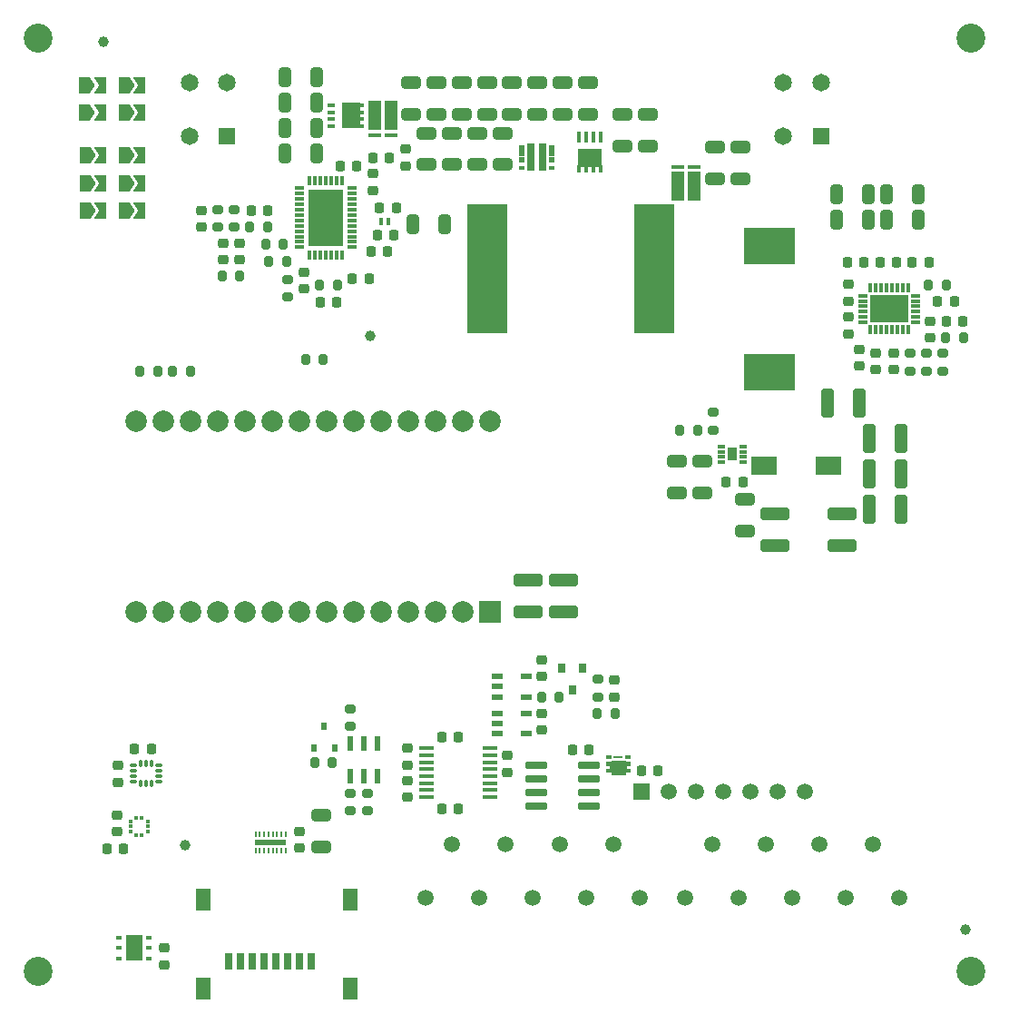
<source format=gbr>
%TF.GenerationSoftware,KiCad,Pcbnew,(6.0.11)*%
%TF.CreationDate,2023-10-13T14:44:19+02:00*%
%TF.ProjectId,walter-feels,77616c74-6572-42d6-9665-656c732e6b69,2.1*%
%TF.SameCoordinates,Original*%
%TF.FileFunction,Soldermask,Top*%
%TF.FilePolarity,Negative*%
%FSLAX46Y46*%
G04 Gerber Fmt 4.6, Leading zero omitted, Abs format (unit mm)*
G04 Created by KiCad (PCBNEW (6.0.11)) date 2023-10-13 14:44:19*
%MOMM*%
%LPD*%
G01*
G04 APERTURE LIST*
G04 Aperture macros list*
%AMRoundRect*
0 Rectangle with rounded corners*
0 $1 Rounding radius*
0 $2 $3 $4 $5 $6 $7 $8 $9 X,Y pos of 4 corners*
0 Add a 4 corners polygon primitive as box body*
4,1,4,$2,$3,$4,$5,$6,$7,$8,$9,$2,$3,0*
0 Add four circle primitives for the rounded corners*
1,1,$1+$1,$2,$3*
1,1,$1+$1,$4,$5*
1,1,$1+$1,$6,$7*
1,1,$1+$1,$8,$9*
0 Add four rect primitives between the rounded corners*
20,1,$1+$1,$2,$3,$4,$5,0*
20,1,$1+$1,$4,$5,$6,$7,0*
20,1,$1+$1,$6,$7,$8,$9,0*
20,1,$1+$1,$8,$9,$2,$3,0*%
%AMFreePoly0*
4,1,6,1.000000,0.000000,0.500000,-0.750000,-0.500000,-0.750000,-0.500000,0.750000,0.500000,0.750000,1.000000,0.000000,1.000000,0.000000,$1*%
%AMFreePoly1*
4,1,6,0.500000,-0.750000,-0.650000,-0.750000,-0.150000,0.000000,-0.650000,0.750000,0.500000,0.750000,0.500000,-0.750000,0.500000,-0.750000,$1*%
%AMFreePoly2*
4,1,30,2.050035,0.200035,2.050050,0.200000,2.050050,-0.190000,2.050035,-0.190035,2.050000,-0.190050,1.700050,-0.190050,1.700050,-0.459950,2.030000,-0.459950,2.030035,-0.459965,2.030050,-0.460000,2.030050,-0.850000,2.030035,-0.850035,2.030000,-0.850050,-0.250000,-0.850050,-0.250035,-0.850035,-0.250050,-0.850000,-0.250050,-0.460000,-0.250035,-0.459965,-0.250000,-0.459950,0.099950,-0.459950,
0.099950,-0.200000,-0.250000,-0.200000,-0.250000,-0.190050,-0.250035,-0.190035,-0.250050,-0.190000,-0.250050,0.200000,-0.250035,0.200035,-0.250000,0.200050,2.050000,0.200050,2.050035,0.200035,2.050035,0.200035,$1*%
G04 Aperture macros list end*
%ADD10C,0.010000*%
%ADD11R,0.347536X0.376682*%
%ADD12R,0.376682X0.347536*%
%ADD13RoundRect,0.225000X0.250000X-0.225000X0.250000X0.225000X-0.250000X0.225000X-0.250000X-0.225000X0*%
%ADD14R,0.405000X0.990000*%
%ADD15R,0.405000X0.760000*%
%ADD16R,2.235000X1.725000*%
%ADD17R,1.150000X0.350000*%
%ADD18R,1.150000X2.700000*%
%ADD19RoundRect,0.250000X0.650000X-0.325000X0.650000X0.325000X-0.650000X0.325000X-0.650000X-0.325000X0*%
%ADD20RoundRect,0.225000X0.225000X0.250000X-0.225000X0.250000X-0.225000X-0.250000X0.225000X-0.250000X0*%
%ADD21RoundRect,0.225000X-0.225000X-0.250000X0.225000X-0.250000X0.225000X0.250000X-0.225000X0.250000X0*%
%ADD22RoundRect,0.250000X0.325000X0.650000X-0.325000X0.650000X-0.325000X-0.650000X0.325000X-0.650000X0*%
%ADD23RoundRect,0.250000X1.100000X-0.325000X1.100000X0.325000X-1.100000X0.325000X-1.100000X-0.325000X0*%
%ADD24R,0.300000X0.850000*%
%ADD25R,0.850000X0.300000*%
%ADD26R,3.650000X2.650000*%
%ADD27RoundRect,0.225000X-0.250000X0.225000X-0.250000X-0.225000X0.250000X-0.225000X0.250000X0.225000X0*%
%ADD28C,1.650000*%
%ADD29R,1.650000X1.650000*%
%ADD30RoundRect,0.075000X0.237500X0.075000X-0.237500X0.075000X-0.237500X-0.075000X0.237500X-0.075000X0*%
%ADD31RoundRect,0.075000X0.075000X0.237500X-0.075000X0.237500X-0.075000X-0.237500X0.075000X-0.237500X0*%
%ADD32R,1.500000X1.500000*%
%ADD33C,1.500000*%
%ADD34R,0.800001X0.900001*%
%ADD35RoundRect,0.200000X-0.200000X-0.275000X0.200000X-0.275000X0.200000X0.275000X-0.200000X0.275000X0*%
%ADD36R,1.000000X0.599999*%
%ADD37RoundRect,0.250000X-0.325000X-0.650000X0.325000X-0.650000X0.325000X0.650000X-0.325000X0.650000X0*%
%ADD38RoundRect,0.250000X-0.325000X-1.100000X0.325000X-1.100000X0.325000X1.100000X-0.325000X1.100000X0*%
%ADD39RoundRect,0.250000X-0.650000X0.325000X-0.650000X-0.325000X0.650000X-0.325000X0.650000X0.325000X0*%
%ADD40R,0.750000X0.300000*%
%ADD41R,0.900000X1.300000*%
%ADD42FreePoly0,0.000000*%
%ADD43FreePoly1,0.000000*%
%ADD44R,0.520000X0.450000*%
%ADD45R,0.520000X0.583000*%
%ADD46R,0.750000X2.520000*%
%ADD47RoundRect,0.200000X0.200000X0.275000X-0.200000X0.275000X-0.200000X-0.275000X0.200000X-0.275000X0*%
%ADD48R,0.530000X1.330000*%
%ADD49RoundRect,0.200000X-0.275000X0.200000X-0.275000X-0.200000X0.275000X-0.200000X0.275000X0.200000X0*%
%ADD50C,1.000000*%
%ADD51RoundRect,0.200000X0.275000X-0.200000X0.275000X0.200000X-0.275000X0.200000X-0.275000X-0.200000X0*%
%ADD52FreePoly2,180.000000*%
%ADD53R,0.500000X0.400000*%
%ADD54R,0.920000X0.285000*%
%ADD55C,2.000000*%
%ADD56R,2.000000X2.000000*%
%ADD57R,3.750000X12.100000*%
%ADD58C,2.700000*%
%ADD59R,1.475000X0.450000*%
%ADD60RoundRect,0.250000X0.325000X1.100000X-0.325000X1.100000X-0.325000X-1.100000X0.325000X-1.100000X0*%
%ADD61R,3.250000X5.250000*%
%ADD62R,4.750000X3.350000*%
%ADD63RoundRect,0.042000X-0.943000X-0.258000X0.943000X-0.258000X0.943000X0.258000X-0.943000X0.258000X0*%
%ADD64R,0.800000X1.500000*%
%ADD65R,1.450000X2.000000*%
%ADD66R,0.600000X0.700000*%
%ADD67R,0.400000X0.700000*%
%ADD68RoundRect,0.250000X-1.100000X0.325000X-1.100000X-0.325000X1.100000X-0.325000X1.100000X0.325000X0*%
%ADD69R,0.200000X0.600000*%
%ADD70R,2.900000X0.500000*%
%ADD71R,0.700000X0.420000*%
%ADD72R,0.450000X0.420000*%
%ADD73R,1.700000X2.370000*%
%ADD74R,0.600000X0.400000*%
%ADD75R,1.500000X2.400000*%
%ADD76R,2.400000X1.800000*%
G04 APERTURE END LIST*
%TO.C,Q5*%
G36*
X144760863Y-131600000D02*
G01*
X143460000Y-131600000D01*
X143460000Y-130350000D01*
X144760863Y-130350000D01*
X144760863Y-131600000D01*
G37*
D10*
X144760863Y-131600000D02*
X143460000Y-131600000D01*
X143460000Y-130350000D01*
X144760863Y-130350000D01*
X144760863Y-131600000D01*
%TD*%
D11*
%TO.C,U8*%
X99144200Y-137330701D03*
X99644200Y-137330701D03*
D12*
X100221900Y-137003000D03*
X100221900Y-136503001D03*
X100221900Y-136003002D03*
D11*
X99644200Y-135675301D03*
X99144200Y-135675301D03*
D12*
X98566500Y-136003002D03*
X98566500Y-136503001D03*
X98566500Y-137003000D03*
%TD*%
D13*
%TO.C,C20*%
X121217974Y-77180600D03*
X121217974Y-75630600D03*
%TD*%
D14*
%TO.C,Q3*%
X142426374Y-72168700D03*
X141766374Y-72168700D03*
X141106374Y-72168700D03*
X140446374Y-72168700D03*
D15*
X140446374Y-75153700D03*
X141106374Y-75153700D03*
X141766374Y-75153700D03*
X142426374Y-75153700D03*
D16*
X141436374Y-74161200D03*
%TD*%
D17*
%TO.C,R14*%
X149627574Y-74979400D03*
D18*
X149627574Y-76804400D03*
X151177574Y-76804400D03*
D17*
X151177574Y-74979400D03*
%TD*%
D19*
%TO.C,C24*%
X155473400Y-76100200D03*
X155473400Y-73150200D03*
%TD*%
D20*
%TO.C,C43*%
X141382600Y-129362200D03*
X139832600Y-129362200D03*
%TD*%
D21*
%TO.C,C52*%
X146282201Y-131292600D03*
X147832201Y-131292600D03*
%TD*%
D22*
%TO.C,C56*%
X167438600Y-79933800D03*
X164488600Y-79933800D03*
%TD*%
D23*
%TO.C,C1*%
X135690000Y-116459000D03*
X135690000Y-113509000D03*
%TD*%
D24*
%TO.C,U11*%
X167617200Y-90189600D03*
X168117200Y-90189600D03*
X168617200Y-90189600D03*
X169117200Y-90189600D03*
X169617200Y-90189600D03*
X170117200Y-90189600D03*
X170617200Y-90189600D03*
X171117200Y-90189600D03*
D25*
X171817200Y-89489600D03*
X171817200Y-88989600D03*
X171817200Y-88489600D03*
X171817200Y-87989600D03*
X171817200Y-87489600D03*
X171817200Y-86989600D03*
D24*
X171117200Y-86289600D03*
X170617200Y-86289600D03*
X170117200Y-86289600D03*
X169617200Y-86289600D03*
X169117200Y-86289600D03*
X168617200Y-86289600D03*
X168117200Y-86289600D03*
X167617200Y-86289600D03*
D25*
X166917200Y-86989600D03*
X166917200Y-87489600D03*
X166917200Y-87989600D03*
X166917200Y-88489600D03*
X166917200Y-88989600D03*
X166917200Y-89489600D03*
D26*
X169367200Y-88239600D03*
%TD*%
D27*
%TO.C,C45*%
X136982201Y-125934700D03*
X136982201Y-127484700D03*
%TD*%
D28*
%TO.C,J3*%
X163014600Y-67146800D03*
D29*
X163014600Y-72146800D03*
D28*
X159514600Y-67146800D03*
X159514600Y-72146800D03*
%TD*%
D30*
%TO.C,U9*%
X101187700Y-132322000D03*
X101187700Y-131822000D03*
X101187700Y-131322000D03*
X101187700Y-130822000D03*
D31*
X100525200Y-130659500D03*
X100025200Y-130659500D03*
X99525200Y-130659500D03*
D30*
X98862700Y-130822000D03*
X98862700Y-131322000D03*
X98862700Y-131822000D03*
X98862700Y-132322000D03*
D31*
X99525200Y-132484500D03*
X100025200Y-132484500D03*
X100525200Y-132484500D03*
%TD*%
D23*
%TO.C,C2*%
X138960000Y-116459000D03*
X138960000Y-113509000D03*
%TD*%
D20*
%TO.C,C64*%
X155711400Y-104394902D03*
X154161400Y-104394902D03*
%TD*%
D32*
%TO.C,U10*%
X146282200Y-133213800D03*
D33*
X148822200Y-133213800D03*
X151362200Y-133213800D03*
X153902200Y-133213800D03*
X156442200Y-133213800D03*
X158982200Y-133213800D03*
X161522200Y-133213800D03*
%TD*%
D34*
%TO.C,D2*%
X140751601Y-121758199D03*
X138851602Y-121758199D03*
X139801601Y-123758201D03*
%TD*%
D27*
%TO.C,C67*%
X173202600Y-89369600D03*
X173202600Y-90919600D03*
%TD*%
D20*
%TO.C,C7*%
X117821374Y-87579200D03*
X116271374Y-87579200D03*
%TD*%
D21*
%TO.C,C16*%
X121001774Y-82905600D03*
X122551774Y-82905600D03*
%TD*%
D35*
%TO.C,R1*%
X99454200Y-94056200D03*
X101104200Y-94056200D03*
%TD*%
D21*
%TO.C,C42*%
X127622001Y-134886442D03*
X129172001Y-134886442D03*
%TD*%
D36*
%TO.C,U6*%
X132762399Y-125934699D03*
X132762399Y-126884700D03*
X132762399Y-127834698D03*
X135512399Y-127834698D03*
X135512399Y-125934699D03*
%TD*%
D20*
%TO.C,C50*%
X100520800Y-129260600D03*
X98970800Y-129260600D03*
%TD*%
D19*
%TO.C,C27*%
X138921774Y-70105800D03*
X138921774Y-67155800D03*
%TD*%
D20*
%TO.C,C13*%
X123186774Y-81330800D03*
X121636774Y-81330800D03*
%TD*%
D37*
%TO.C,C53*%
X169162200Y-79933800D03*
X172112200Y-79933800D03*
%TD*%
D38*
%TO.C,C73*%
X167511200Y-106883200D03*
X170461200Y-106883200D03*
%TD*%
D39*
%TO.C,C30*%
X146846574Y-70127600D03*
X146846574Y-73077600D03*
%TD*%
D33*
%TO.C,J5*%
X126106600Y-143179800D03*
X128606600Y-138179800D03*
X131106600Y-143179800D03*
X133606600Y-138179800D03*
X136106600Y-143179800D03*
X138606600Y-138179800D03*
X141106600Y-143179800D03*
X143606600Y-138179800D03*
X146106600Y-143179800D03*
%TD*%
D21*
%TO.C,C61*%
X168516000Y-83870800D03*
X170066000Y-83870800D03*
%TD*%
D19*
%TO.C,C23*%
X141283974Y-70105800D03*
X141283974Y-67155800D03*
%TD*%
D40*
%TO.C,U12*%
X155711400Y-102543202D03*
X155711400Y-102043202D03*
X155711400Y-101543202D03*
X155711400Y-101043202D03*
X153711400Y-101043202D03*
X153711400Y-101543202D03*
X153711400Y-102043202D03*
X153711400Y-102543202D03*
D41*
X154711400Y-101793202D03*
%TD*%
D42*
%TO.C,JP8*%
X94338174Y-76497500D03*
D43*
X95788174Y-76497500D03*
%TD*%
D35*
%TO.C,R24*%
X149847800Y-99543502D03*
X151497800Y-99543502D03*
%TD*%
D21*
%TO.C,C12*%
X118156974Y-74955400D03*
X119706974Y-74955400D03*
%TD*%
D20*
%TO.C,C41*%
X129172000Y-128130042D03*
X127622000Y-128130042D03*
%TD*%
D22*
%TO.C,C5*%
X115936574Y-73710800D03*
X112986574Y-73710800D03*
%TD*%
D44*
%TO.C,Q1*%
X137898774Y-75066800D03*
D45*
X137898774Y-74349800D03*
X137898774Y-73766800D03*
X137898774Y-73183800D03*
X135118774Y-73183800D03*
X135118774Y-73766800D03*
X135118774Y-74349800D03*
D44*
X135118774Y-75066800D03*
D46*
X135958774Y-74091800D03*
X137058774Y-74091800D03*
%TD*%
D47*
%TO.C,R10*%
X112822774Y-82219800D03*
X111172774Y-82219800D03*
%TD*%
D48*
%TO.C,U3*%
X119126000Y-131801600D03*
X120396000Y-131801600D03*
X121666000Y-131801600D03*
X121666000Y-128751600D03*
X120396000Y-128751600D03*
X119126000Y-128751600D03*
%TD*%
D39*
%TO.C,C26*%
X126221774Y-71829400D03*
X126221774Y-74779400D03*
%TD*%
%TO.C,C29*%
X128583974Y-71829400D03*
X128583974Y-74779400D03*
%TD*%
D33*
%TO.C,J4*%
X150342600Y-143179800D03*
X152842600Y-138179800D03*
X155342600Y-143179800D03*
X157842600Y-138179800D03*
X160342600Y-143179800D03*
X162842600Y-138179800D03*
X165342600Y-143179800D03*
X167842600Y-138179800D03*
X170342600Y-143179800D03*
%TD*%
D29*
%TO.C,J2*%
X107566400Y-72146800D03*
D28*
X107566400Y-67146800D03*
X104066400Y-72146800D03*
X104066400Y-67146800D03*
%TD*%
D49*
%TO.C,R3*%
X106739974Y-78969600D03*
X106739974Y-80619600D03*
%TD*%
D50*
%TO.C,FID4*%
X120950000Y-90780000D03*
%TD*%
D51*
%TO.C,R27*%
X172872400Y-94017600D03*
X172872400Y-92367600D03*
%TD*%
D52*
%TO.C,Q5*%
X145000000Y-131300000D03*
D53*
X145000000Y-130650000D03*
X145000000Y-130000000D03*
X143200000Y-130000000D03*
X143200000Y-130650000D03*
X143200000Y-131300000D03*
D54*
X144100000Y-130000000D03*
%TD*%
D27*
%TO.C,C3*%
X105215974Y-79069600D03*
X105215974Y-80619600D03*
%TD*%
%TO.C,C51*%
X97434400Y-130822400D03*
X97434400Y-132372400D03*
%TD*%
D55*
%TO.C,U1*%
X132105600Y-98679000D03*
X129565600Y-98679000D03*
X127025600Y-98679000D03*
X124485600Y-98679000D03*
X121945600Y-98679000D03*
X119405600Y-98679000D03*
X116865600Y-98679000D03*
X114325600Y-98679000D03*
X111785600Y-98679000D03*
X109245600Y-98679000D03*
X106705600Y-98679000D03*
X104165600Y-98679000D03*
X101625600Y-98679000D03*
X99085600Y-98679000D03*
X99085600Y-116459000D03*
X101625600Y-116459000D03*
X104165600Y-116459000D03*
X106705600Y-116459000D03*
X109245600Y-116459000D03*
X111785600Y-116459000D03*
X114325600Y-116459000D03*
X116865600Y-116459000D03*
X119405600Y-116459000D03*
X121945600Y-116459000D03*
X124485600Y-116459000D03*
X127025600Y-116459000D03*
X129565600Y-116459000D03*
D56*
X132105600Y-116459000D03*
%TD*%
D38*
%TO.C,C75*%
X167511200Y-100330000D03*
X170461200Y-100330000D03*
%TD*%
D51*
%TO.C,R16*%
X119126000Y-127190000D03*
X119126000Y-125540000D03*
%TD*%
D39*
%TO.C,C35*%
X133308374Y-71829400D03*
X133308374Y-74779400D03*
%TD*%
D42*
%TO.C,JP1*%
X97979874Y-69918900D03*
D43*
X99429874Y-69918900D03*
%TD*%
D19*
%TO.C,C28*%
X127110774Y-70105800D03*
X127110774Y-67155800D03*
%TD*%
D20*
%TO.C,C15*%
X120845000Y-85430000D03*
X119295000Y-85430000D03*
%TD*%
D57*
%TO.C,L1*%
X131883774Y-84455000D03*
X147483774Y-84455000D03*
%TD*%
D47*
%TO.C,R6*%
X108797374Y-85191600D03*
X107147374Y-85191600D03*
%TD*%
D13*
%TO.C,C48*%
X97327600Y-135453000D03*
X97327600Y-137003000D03*
%TD*%
D39*
%TO.C,C62*%
X155905200Y-106018702D03*
X155905200Y-108968702D03*
%TD*%
D58*
%TO.C,H2*%
X177000000Y-63000000D03*
%TD*%
D42*
%TO.C,JP6*%
X94338174Y-79062900D03*
D43*
X95788174Y-79062900D03*
%TD*%
D35*
%TO.C,R21*%
X142151600Y-125943398D03*
X143801600Y-125943398D03*
%TD*%
D59*
%TO.C,U2*%
X126221000Y-129220800D03*
X126221000Y-129870800D03*
X126221000Y-130520800D03*
X126221000Y-131170800D03*
X126221000Y-131820800D03*
X126221000Y-132470800D03*
X126221000Y-133120800D03*
X126221000Y-133770800D03*
X132097000Y-133770800D03*
X132097000Y-133120800D03*
X132097000Y-132470800D03*
X132097000Y-131820800D03*
X132097000Y-131170800D03*
X132097000Y-130520800D03*
X132097000Y-129870800D03*
X132097000Y-129220800D03*
%TD*%
D21*
%TO.C,C59*%
X171538600Y-83870800D03*
X173088600Y-83870800D03*
%TD*%
D42*
%TO.C,JP2*%
X94320074Y-69918900D03*
D43*
X95770074Y-69918900D03*
%TD*%
D19*
%TO.C,C33*%
X136559574Y-70105800D03*
X136559574Y-67155800D03*
%TD*%
D60*
%TO.C,C76*%
X166600400Y-97028000D03*
X163650400Y-97028000D03*
%TD*%
D13*
%TO.C,C63*%
X165531800Y-87489600D03*
X165531800Y-85939600D03*
%TD*%
D27*
%TO.C,C22*%
X124265974Y-73342200D03*
X124265974Y-74892200D03*
%TD*%
D49*
%TO.C,R20*%
X142189201Y-122769398D03*
X142189201Y-124419398D03*
%TD*%
%TO.C,R26*%
X171348400Y-92366800D03*
X171348400Y-94016800D03*
%TD*%
D27*
%TO.C,C9*%
X108797374Y-82105200D03*
X108797374Y-83655200D03*
%TD*%
D19*
%TO.C,C34*%
X131835174Y-70105800D03*
X131835174Y-67155800D03*
%TD*%
D27*
%TO.C,C66*%
X165531800Y-88989600D03*
X165531800Y-90539600D03*
%TD*%
D21*
%TO.C,C17*%
X121814574Y-78790800D03*
X123364574Y-78790800D03*
%TD*%
D47*
%TO.C,R2*%
X104152200Y-94056200D03*
X102502200Y-94056200D03*
%TD*%
D21*
%TO.C,C69*%
X174713600Y-89369600D03*
X176263600Y-89369600D03*
%TD*%
D47*
%TO.C,R7*%
X117871374Y-86029800D03*
X116221374Y-86029800D03*
%TD*%
D25*
%TO.C,IC1*%
X114346374Y-76980600D03*
X114346374Y-77480600D03*
X114346374Y-77980600D03*
X114346374Y-78480600D03*
X114346374Y-78980600D03*
X114346374Y-79480600D03*
X114346374Y-79980600D03*
X114346374Y-80480600D03*
X114346374Y-80980600D03*
X114346374Y-81480600D03*
X114346374Y-81980600D03*
X114346374Y-82480600D03*
D24*
X115296374Y-83180600D03*
X115796374Y-83180600D03*
X116296374Y-83180600D03*
X116796374Y-83180600D03*
X117296374Y-83180600D03*
X117796374Y-83180600D03*
X118296374Y-83180600D03*
D25*
X119246374Y-82480600D03*
X119246374Y-81980600D03*
X119246374Y-81480600D03*
X119246374Y-80980600D03*
X119246374Y-80480600D03*
X119246374Y-79980600D03*
X119246374Y-79480600D03*
X119246374Y-78980600D03*
X119246374Y-78480600D03*
X119246374Y-77980600D03*
X119246374Y-77480600D03*
X119246374Y-76980600D03*
D24*
X118296374Y-76280600D03*
X117796374Y-76280600D03*
X117296374Y-76280600D03*
X116796374Y-76280600D03*
X116296374Y-76280600D03*
X115796374Y-76280600D03*
X115296374Y-76280600D03*
D61*
X116796374Y-79730600D03*
%TD*%
D42*
%TO.C,JP5*%
X97997974Y-79062900D03*
D43*
X99447974Y-79062900D03*
%TD*%
D51*
%TO.C,R4*%
X108263974Y-80619600D03*
X108263974Y-78969600D03*
%TD*%
D62*
%TO.C,L2*%
X158242000Y-82339600D03*
X158242000Y-94139600D03*
%TD*%
D63*
%TO.C,U4*%
X136442600Y-130786700D03*
X136442600Y-132056700D03*
X136442600Y-133326700D03*
X136442600Y-134596700D03*
X141382600Y-134596700D03*
X141382600Y-133326700D03*
X141382600Y-132056700D03*
X141382600Y-130786700D03*
%TD*%
D27*
%TO.C,C40*%
X133756400Y-129882600D03*
X133756400Y-131432600D03*
%TD*%
D19*
%TO.C,C31*%
X129472974Y-70105800D03*
X129472974Y-67155800D03*
%TD*%
D47*
%TO.C,R11*%
X113152974Y-83845400D03*
X111502974Y-83845400D03*
%TD*%
D58*
%TO.C,H1*%
X90000000Y-63000000D03*
%TD*%
D49*
%TO.C,R18*%
X120674943Y-133388600D03*
X120674943Y-135038600D03*
%TD*%
D20*
%TO.C,C57*%
X167043400Y-83870800D03*
X165493400Y-83870800D03*
%TD*%
D27*
%TO.C,C39*%
X124460000Y-132231842D03*
X124460000Y-133781842D03*
%TD*%
%TO.C,C68*%
X169824400Y-92366800D03*
X169824400Y-93916800D03*
%TD*%
D35*
%TO.C,R23*%
X174663600Y-90919600D03*
X176313600Y-90919600D03*
%TD*%
D50*
%TO.C,FID2*%
X176510000Y-146140000D03*
%TD*%
D35*
%TO.C,R15*%
X115761001Y-130530600D03*
X117411001Y-130530600D03*
%TD*%
D22*
%TO.C,C11*%
X115936574Y-66624200D03*
X112986574Y-66624200D03*
%TD*%
D27*
%TO.C,C38*%
X124460000Y-129209242D03*
X124460000Y-130759242D03*
%TD*%
D39*
%TO.C,C32*%
X130946174Y-71829400D03*
X130946174Y-74779400D03*
%TD*%
D21*
%TO.C,C19*%
X121204974Y-74117200D03*
X122754974Y-74117200D03*
%TD*%
D13*
%TO.C,C44*%
X136982200Y-122517199D03*
X136982200Y-120967199D03*
%TD*%
D42*
%TO.C,JP10*%
X94338174Y-73932100D03*
D43*
X95788174Y-73932100D03*
%TD*%
D20*
%TO.C,C4*%
X111375774Y-79095600D03*
X109825774Y-79095600D03*
%TD*%
D27*
%TO.C,C65*%
X166598600Y-92011200D03*
X166598600Y-93561200D03*
%TD*%
D36*
%TO.C,U5*%
X132762399Y-122519399D03*
X132762399Y-123469400D03*
X132762399Y-124419398D03*
X135512399Y-124419398D03*
X135512399Y-122519399D03*
%TD*%
D13*
%TO.C,C14*%
X114766374Y-86347600D03*
X114766374Y-84797600D03*
%TD*%
D19*
%TO.C,C37*%
X134197374Y-70105800D03*
X134197374Y-67155800D03*
%TD*%
D42*
%TO.C,JP4*%
X94320074Y-67353500D03*
D43*
X95770074Y-67353500D03*
%TD*%
D35*
%TO.C,R5*%
X109724974Y-80619600D03*
X111374974Y-80619600D03*
%TD*%
D39*
%TO.C,C70*%
X151917400Y-102437302D03*
X151917400Y-105387302D03*
%TD*%
D64*
%TO.C,J1*%
X115449200Y-149047900D03*
X114349200Y-149047900D03*
X113249200Y-149047900D03*
X112149200Y-149047900D03*
X111049200Y-149047900D03*
X109949200Y-149047900D03*
X108849200Y-149047900D03*
X107749200Y-149047900D03*
D65*
X119124200Y-151647900D03*
X105374200Y-151647900D03*
X119124200Y-143347900D03*
X105374200Y-143347900D03*
%TD*%
D42*
%TO.C,JP7*%
X97997974Y-76497500D03*
D43*
X99447974Y-76497500D03*
%TD*%
D66*
%TO.C,Q4*%
X115724100Y-129193800D03*
X117624100Y-129193800D03*
X116674100Y-127193800D03*
%TD*%
D58*
%TO.C,H4*%
X90000000Y-150000000D03*
%TD*%
D13*
%TO.C,C46*%
X143738600Y-124419398D03*
X143738600Y-122869398D03*
%TD*%
D67*
%TO.C,D1*%
X121965774Y-80060800D03*
X122665774Y-80060800D03*
%TD*%
D38*
%TO.C,C74*%
X167511200Y-103606600D03*
X170461200Y-103606600D03*
%TD*%
D49*
%TO.C,R8*%
X113242374Y-85458800D03*
X113242374Y-87108800D03*
%TD*%
D20*
%TO.C,C49*%
X96405000Y-138560000D03*
X97955000Y-138560000D03*
%TD*%
D27*
%TO.C,C6*%
X107273374Y-82105200D03*
X107273374Y-83655200D03*
%TD*%
D35*
%TO.C,R19*%
X136919200Y-124419398D03*
X138569200Y-124419398D03*
%TD*%
D19*
%TO.C,C25*%
X124748574Y-70105800D03*
X124748574Y-67155800D03*
%TD*%
D68*
%TO.C,C58*%
X158724600Y-107339502D03*
X158724600Y-110289502D03*
%TD*%
D39*
%TO.C,C77*%
X116337800Y-135449500D03*
X116337800Y-138399500D03*
%TD*%
D22*
%TO.C,C10*%
X115936574Y-68986400D03*
X112986574Y-68986400D03*
%TD*%
D69*
%TO.C,U13*%
X110249200Y-138715900D03*
X110649200Y-138715900D03*
X111049200Y-138715900D03*
X111449200Y-138715900D03*
X111849200Y-138715900D03*
X112249200Y-138715900D03*
X112649200Y-138715900D03*
X113049200Y-138715900D03*
X113049200Y-137215900D03*
X112649200Y-137215900D03*
X112249200Y-137215900D03*
X111849200Y-137215900D03*
X111449200Y-137215900D03*
X111049200Y-137215900D03*
X110649200Y-137215900D03*
X110249200Y-137215900D03*
D70*
X111649200Y-137965900D03*
%TD*%
D20*
%TO.C,C60*%
X175450800Y-87553800D03*
X173900800Y-87553800D03*
%TD*%
D27*
%TO.C,C71*%
X168122600Y-92366800D03*
X168122600Y-93916800D03*
%TD*%
D35*
%TO.C,R22*%
X173038000Y-86004400D03*
X174688000Y-86004400D03*
%TD*%
D22*
%TO.C,C55*%
X167438600Y-77571600D03*
X164488600Y-77571600D03*
%TD*%
D50*
%TO.C,FID3*%
X103700000Y-138210000D03*
%TD*%
D49*
%TO.C,R28*%
X174396400Y-92367600D03*
X174396400Y-94017600D03*
%TD*%
D37*
%TO.C,C54*%
X169162200Y-77571600D03*
X172112200Y-77571600D03*
%TD*%
D49*
%TO.C,R17*%
X119126000Y-133388600D03*
X119126000Y-135038600D03*
%TD*%
D27*
%TO.C,C47*%
X101720730Y-147853400D03*
X101720730Y-149403400D03*
%TD*%
D42*
%TO.C,JP3*%
X97979874Y-67353500D03*
D43*
X99429874Y-67353500D03*
%TD*%
D42*
%TO.C,JP9*%
X97997974Y-73932100D03*
D43*
X99447974Y-73932100D03*
%TD*%
D17*
%TO.C,R13*%
X122907374Y-72030600D03*
D18*
X122907374Y-70205600D03*
X121357374Y-70205600D03*
D17*
X121357374Y-72030600D03*
%TD*%
D39*
%TO.C,C79*%
X149555200Y-102437302D03*
X149555200Y-105387302D03*
%TD*%
D58*
%TO.C,H3*%
X177000000Y-150000000D03*
%TD*%
D51*
%TO.C,R25*%
X152958800Y-99543502D03*
X152958800Y-97893502D03*
%TD*%
D37*
%TO.C,C18*%
X124949974Y-80365600D03*
X127899974Y-80365600D03*
%TD*%
D35*
%TO.C,R12*%
X114922800Y-92964000D03*
X116572800Y-92964000D03*
%TD*%
D27*
%TO.C,C78*%
X114382000Y-136987700D03*
X114382000Y-138537700D03*
%TD*%
D19*
%TO.C,C21*%
X153111200Y-76100200D03*
X153111200Y-73150200D03*
%TD*%
D71*
%TO.C,Q2*%
X117296374Y-69230600D03*
X117296374Y-69880600D03*
X117296374Y-70530600D03*
X117296374Y-71180600D03*
D72*
X120221374Y-71180600D03*
X120221374Y-70530600D03*
X120221374Y-69880600D03*
X120221374Y-69230600D03*
D73*
X119146374Y-70205600D03*
%TD*%
D68*
%TO.C,C72*%
X164998400Y-107339502D03*
X164998400Y-110289502D03*
%TD*%
D39*
%TO.C,C36*%
X144484374Y-70127600D03*
X144484374Y-73077600D03*
%TD*%
D22*
%TO.C,C8*%
X115936574Y-71348600D03*
X112986574Y-71348600D03*
%TD*%
D50*
%TO.C,FID1*%
X96050000Y-63350000D03*
%TD*%
D74*
%TO.C,U7*%
X97526730Y-146903400D03*
X97526730Y-147853400D03*
X97526730Y-148803400D03*
X100326730Y-148803400D03*
X100326730Y-147853400D03*
X100326730Y-146903400D03*
D75*
X98926730Y-147853400D03*
%TD*%
D76*
%TO.C,L3*%
X163705800Y-102820102D03*
X157705800Y-102820102D03*
%TD*%
M02*

</source>
